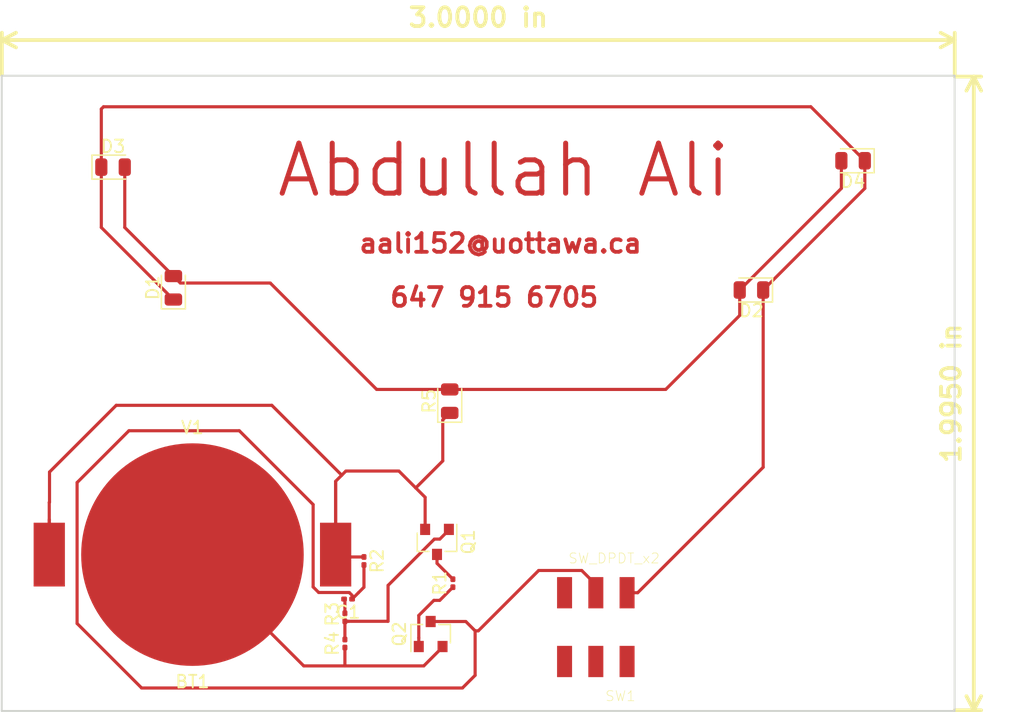
<source format=kicad_pcb>
(kicad_pcb (version 20171130) (host pcbnew 5.0.1-33cea8e~68~ubuntu16.04.1)

  (general
    (thickness 1.6)
    (drawings 9)
    (tracks 89)
    (zones 0)
    (modules 14)
    (nets 11)
  )

  (page A4)
  (layers
    (0 F.Cu signal)
    (31 B.Cu signal hide)
    (32 B.Adhes user hide)
    (33 F.Adhes user hide)
    (34 B.Paste user hide)
    (35 F.Paste user hide)
    (36 B.SilkS user hide)
    (37 F.SilkS user)
    (38 B.Mask user hide)
    (39 F.Mask user hide)
    (40 Dwgs.User user hide)
    (41 Cmts.User user hide)
    (42 Eco1.User user hide)
    (43 Eco2.User user hide)
    (44 Edge.Cuts user)
    (45 Margin user hide)
    (46 B.CrtYd user hide)
    (47 F.CrtYd user)
    (48 B.Fab user hide)
    (49 F.Fab user hide)
  )

  (setup
    (last_trace_width 0.25)
    (trace_clearance 0.2)
    (zone_clearance 0.508)
    (zone_45_only no)
    (trace_min 0.2)
    (segment_width 0.2)
    (edge_width 0.15)
    (via_size 0.8)
    (via_drill 0.4)
    (via_min_size 0.4)
    (via_min_drill 0.3)
    (uvia_size 0.3)
    (uvia_drill 0.1)
    (uvias_allowed no)
    (uvia_min_size 0.2)
    (uvia_min_drill 0.1)
    (pcb_text_width 0.3)
    (pcb_text_size 1.5 1.5)
    (mod_edge_width 0.15)
    (mod_text_size 1 1)
    (mod_text_width 0.15)
    (pad_size 0.46 0.4)
    (pad_drill 0)
    (pad_to_mask_clearance 0.051)
    (solder_mask_min_width 0.25)
    (aux_axis_origin 0 0)
    (visible_elements 7FFFFFFF)
    (pcbplotparams
      (layerselection 0x010fc_ffffffff)
      (usegerberextensions false)
      (usegerberattributes false)
      (usegerberadvancedattributes false)
      (creategerberjobfile false)
      (excludeedgelayer true)
      (linewidth 0.100000)
      (plotframeref false)
      (viasonmask false)
      (mode 1)
      (useauxorigin false)
      (hpglpennumber 1)
      (hpglpenspeed 20)
      (hpglpendiameter 15.000000)
      (psnegative false)
      (psa4output false)
      (plotreference true)
      (plotvalue true)
      (plotinvisibletext false)
      (padsonsilk false)
      (subtractmaskfromsilk false)
      (outputformat 1)
      (mirror false)
      (drillshape 1)
      (scaleselection 1)
      (outputdirectory ""))
  )

  (net 0 "")
  (net 1 VDD)
  (net 2 GND)
  (net 3 "Net-(C1-Pad2)")
  (net 4 "Net-(D1-Pad2)")
  (net 5 "Net-(Q1-Pad1)")
  (net 6 "Net-(Q1-Pad3)")
  (net 7 "Net-(Q2-Pad1)")
  (net 8 "Net-(C1-Pad1)")
  (net 9 "Net-(D1-Pad1)")
  (net 10 "Net-(SW1-Pad3)")

  (net_class Default "This is the default net class."
    (clearance 0.2)
    (trace_width 0.25)
    (via_dia 0.8)
    (via_drill 0.4)
    (uvia_dia 0.3)
    (uvia_drill 0.1)
    (add_net GND)
    (add_net "Net-(C1-Pad1)")
    (add_net "Net-(C1-Pad2)")
    (add_net "Net-(D1-Pad1)")
    (add_net "Net-(D1-Pad2)")
    (add_net "Net-(Q1-Pad1)")
    (add_net "Net-(Q1-Pad3)")
    (add_net "Net-(Q2-Pad1)")
    (add_net "Net-(SW1-Pad3)")
    (add_net VDD)
  )

  (module LED_SMD:LED_0805_2012Metric (layer F.Cu) (tedit 5B36C52C) (tstamp 5C4B418B)
    (at 139.954 77.1375 180)
    (descr "LED SMD 0805 (2012 Metric), square (rectangular) end terminal, IPC_7351 nominal, (Body size source: https://docs.google.com/spreadsheets/d/1BsfQQcO9C6DZCsRaXUlFlo91Tg2WpOkGARC1WS5S8t0/edit?usp=sharing), generated with kicad-footprint-generator")
    (tags diode)
    (path /5C45EDB9)
    (attr smd)
    (fp_text reference D2 (at 0 -1.65 180) (layer F.SilkS)
      (effects (font (size 1 1) (thickness 0.15)))
    )
    (fp_text value LED (at 0 1.65 180) (layer F.Fab)
      (effects (font (size 1 1) (thickness 0.15)))
    )
    (fp_text user %R (at 0 0 180) (layer F.Fab)
      (effects (font (size 0.5 0.5) (thickness 0.08)))
    )
    (fp_line (start 1.68 0.95) (end -1.68 0.95) (layer F.CrtYd) (width 0.05))
    (fp_line (start 1.68 -0.95) (end 1.68 0.95) (layer F.CrtYd) (width 0.05))
    (fp_line (start -1.68 -0.95) (end 1.68 -0.95) (layer F.CrtYd) (width 0.05))
    (fp_line (start -1.68 0.95) (end -1.68 -0.95) (layer F.CrtYd) (width 0.05))
    (fp_line (start -1.685 0.96) (end 1 0.96) (layer F.SilkS) (width 0.12))
    (fp_line (start -1.685 -0.96) (end -1.685 0.96) (layer F.SilkS) (width 0.12))
    (fp_line (start 1 -0.96) (end -1.685 -0.96) (layer F.SilkS) (width 0.12))
    (fp_line (start 1 0.6) (end 1 -0.6) (layer F.Fab) (width 0.1))
    (fp_line (start -1 0.6) (end 1 0.6) (layer F.Fab) (width 0.1))
    (fp_line (start -1 -0.3) (end -1 0.6) (layer F.Fab) (width 0.1))
    (fp_line (start -0.7 -0.6) (end -1 -0.3) (layer F.Fab) (width 0.1))
    (fp_line (start 1 -0.6) (end -0.7 -0.6) (layer F.Fab) (width 0.1))
    (pad 2 smd roundrect (at 0.9375 0 180) (size 0.975 1.4) (layers F.Cu F.Paste F.Mask) (roundrect_rratio 0.25)
      (net 4 "Net-(D1-Pad2)"))
    (pad 1 smd roundrect (at -0.9375 0 180) (size 0.975 1.4) (layers F.Cu F.Paste F.Mask) (roundrect_rratio 0.25)
      (net 9 "Net-(D1-Pad1)"))
    (model ${KISYS3DMOD}/LED_SMD.3dshapes/LED_0805_2012Metric.wrl
      (at (xyz 0 0 0))
      (scale (xyz 1 1 1))
      (rotate (xyz 0 0 0))
    )
  )

  (module CardElements:CR2032_HOLDER (layer F.Cu) (tedit 54CCE85E) (tstamp 5C606F4A)
    (at 95.25 98.298)
    (descr http://www.mouser.com/ds/2/238/bat-hld-001-220194.pdf)
    (tags "Linx Battery Holder 2032 bat-hld-001")
    (path /5C45F109)
    (fp_text reference BT1 (at 0 10.16) (layer F.SilkS)
      (effects (font (size 1 1) (thickness 0.15)))
    )
    (fp_text value V1 (at 0 -10.16) (layer F.SilkS)
      (effects (font (size 1 1) (thickness 0.15)))
    )
    (pad 1 smd rect (at -11.45 0) (size 2.5 5.1) (layers F.Cu F.Paste F.Mask)
      (net 1 VDD))
    (pad 1 smd rect (at 11.45 0) (size 2.5 5.1) (layers F.Cu F.Paste F.Mask)
      (net 1 VDD))
    (pad 2 smd circle (at 0 0) (size 17.8 17.8) (layers F.Cu F.Paste F.Mask)
      (net 2 GND))
  )

  (module Package_TO_SOT_SMD:SOT-23 (layer F.Cu) (tedit 5A02FF57) (tstamp 5C607892)
    (at 114.808 97.282 270)
    (descr "SOT-23, Standard")
    (tags SOT-23)
    (path /5C45EF17)
    (attr smd)
    (fp_text reference Q1 (at 0 -2.5 270) (layer F.SilkS)
      (effects (font (size 1 1) (thickness 0.15)))
    )
    (fp_text value BC807 (at 0 2.5 270) (layer F.Fab)
      (effects (font (size 1 1) (thickness 0.15)))
    )
    (fp_text user %R (at 0 0) (layer F.Fab)
      (effects (font (size 0.5 0.5) (thickness 0.075)))
    )
    (fp_line (start -0.7 -0.95) (end -0.7 1.5) (layer F.Fab) (width 0.1))
    (fp_line (start -0.15 -1.52) (end 0.7 -1.52) (layer F.Fab) (width 0.1))
    (fp_line (start -0.7 -0.95) (end -0.15 -1.52) (layer F.Fab) (width 0.1))
    (fp_line (start 0.7 -1.52) (end 0.7 1.52) (layer F.Fab) (width 0.1))
    (fp_line (start -0.7 1.52) (end 0.7 1.52) (layer F.Fab) (width 0.1))
    (fp_line (start 0.76 1.58) (end 0.76 0.65) (layer F.SilkS) (width 0.12))
    (fp_line (start 0.76 -1.58) (end 0.76 -0.65) (layer F.SilkS) (width 0.12))
    (fp_line (start -1.7 -1.75) (end 1.7 -1.75) (layer F.CrtYd) (width 0.05))
    (fp_line (start 1.7 -1.75) (end 1.7 1.75) (layer F.CrtYd) (width 0.05))
    (fp_line (start 1.7 1.75) (end -1.7 1.75) (layer F.CrtYd) (width 0.05))
    (fp_line (start -1.7 1.75) (end -1.7 -1.75) (layer F.CrtYd) (width 0.05))
    (fp_line (start 0.76 -1.58) (end -1.4 -1.58) (layer F.SilkS) (width 0.12))
    (fp_line (start 0.76 1.58) (end -0.7 1.58) (layer F.SilkS) (width 0.12))
    (pad 1 smd rect (at -1 -0.95 270) (size 0.9 0.8) (layers F.Cu F.Paste F.Mask)
      (net 5 "Net-(Q1-Pad1)"))
    (pad 2 smd rect (at -1 0.95 270) (size 0.9 0.8) (layers F.Cu F.Paste F.Mask)
      (net 1 VDD))
    (pad 3 smd rect (at 1 0 270) (size 0.9 0.8) (layers F.Cu F.Paste F.Mask)
      (net 6 "Net-(Q1-Pad3)"))
    (model ${KISYS3DMOD}/Package_TO_SOT_SMD.3dshapes/SOT-23.wrl
      (at (xyz 0 0 0))
      (scale (xyz 1 1 1))
      (rotate (xyz 0 0 0))
    )
  )

  (module Package_TO_SOT_SMD:SOT-23 (layer F.Cu) (tedit 5A02FF57) (tstamp 5C606FE8)
    (at 114.3 104.648 90)
    (descr "SOT-23, Standard")
    (tags SOT-23)
    (path /5C45EFC7)
    (attr smd)
    (fp_text reference Q2 (at 0 -2.5 90) (layer F.SilkS)
      (effects (font (size 1 1) (thickness 0.15)))
    )
    (fp_text value BC817 (at 0 2.5 90) (layer F.Fab)
      (effects (font (size 1 1) (thickness 0.15)))
    )
    (fp_line (start 0.76 1.58) (end -0.7 1.58) (layer F.SilkS) (width 0.12))
    (fp_line (start 0.76 -1.58) (end -1.4 -1.58) (layer F.SilkS) (width 0.12))
    (fp_line (start -1.7 1.75) (end -1.7 -1.75) (layer F.CrtYd) (width 0.05))
    (fp_line (start 1.7 1.75) (end -1.7 1.75) (layer F.CrtYd) (width 0.05))
    (fp_line (start 1.7 -1.75) (end 1.7 1.75) (layer F.CrtYd) (width 0.05))
    (fp_line (start -1.7 -1.75) (end 1.7 -1.75) (layer F.CrtYd) (width 0.05))
    (fp_line (start 0.76 -1.58) (end 0.76 -0.65) (layer F.SilkS) (width 0.12))
    (fp_line (start 0.76 1.58) (end 0.76 0.65) (layer F.SilkS) (width 0.12))
    (fp_line (start -0.7 1.52) (end 0.7 1.52) (layer F.Fab) (width 0.1))
    (fp_line (start 0.7 -1.52) (end 0.7 1.52) (layer F.Fab) (width 0.1))
    (fp_line (start -0.7 -0.95) (end -0.15 -1.52) (layer F.Fab) (width 0.1))
    (fp_line (start -0.15 -1.52) (end 0.7 -1.52) (layer F.Fab) (width 0.1))
    (fp_line (start -0.7 -0.95) (end -0.7 1.5) (layer F.Fab) (width 0.1))
    (fp_text user %R (at 0 0.254 -90) (layer F.Fab)
      (effects (font (size 0.5 0.5) (thickness 0.075)))
    )
    (pad 3 smd rect (at 1 0 90) (size 0.9 0.8) (layers F.Cu F.Paste F.Mask)
      (net 8 "Net-(C1-Pad1)"))
    (pad 2 smd rect (at -1 0.95 90) (size 0.9 0.8) (layers F.Cu F.Paste F.Mask)
      (net 2 GND))
    (pad 1 smd rect (at -1 -0.95 90) (size 0.9 0.8) (layers F.Cu F.Paste F.Mask)
      (net 7 "Net-(Q2-Pad1)"))
    (model ${KISYS3DMOD}/Package_TO_SOT_SMD.3dshapes/SOT-23.wrl
      (at (xyz 0 0 0))
      (scale (xyz 1 1 1))
      (rotate (xyz 0 0 0))
    )
  )

  (module Resistor_SMD:R_0201_0603Metric (layer F.Cu) (tedit 5B301BBD) (tstamp 5C606FF9)
    (at 116.078 100.584 90)
    (descr "Resistor SMD 0201 (0603 Metric), square (rectangular) end terminal, IPC_7351 nominal, (Body size source: https://www.vishay.com/docs/20052/crcw0201e3.pdf), generated with kicad-footprint-generator")
    (tags resistor)
    (path /5C45EA3F)
    (attr smd)
    (fp_text reference R1 (at 0 -1.05 90) (layer F.SilkS)
      (effects (font (size 1 1) (thickness 0.15)))
    )
    (fp_text value "220 Ohm" (at 0 1.05 90) (layer F.Fab)
      (effects (font (size 1 1) (thickness 0.15)))
    )
    (fp_line (start -0.3 0.15) (end -0.3 -0.15) (layer F.Fab) (width 0.1))
    (fp_line (start -0.3 -0.15) (end 0.3 -0.15) (layer F.Fab) (width 0.1))
    (fp_line (start 0.3 -0.15) (end 0.3 0.15) (layer F.Fab) (width 0.1))
    (fp_line (start 0.3 0.15) (end -0.3 0.15) (layer F.Fab) (width 0.1))
    (fp_line (start -0.7 0.35) (end -0.7 -0.35) (layer F.CrtYd) (width 0.05))
    (fp_line (start -0.7 -0.35) (end 0.7 -0.35) (layer F.CrtYd) (width 0.05))
    (fp_line (start 0.7 -0.35) (end 0.7 0.35) (layer F.CrtYd) (width 0.05))
    (fp_line (start 0.7 0.35) (end -0.7 0.35) (layer F.CrtYd) (width 0.05))
    (fp_text user %R (at 0 -0.68 90) (layer F.Fab)
      (effects (font (size 0.25 0.25) (thickness 0.04)))
    )
    (pad "" smd roundrect (at -0.345 0 90) (size 0.318 0.36) (layers F.Paste) (roundrect_rratio 0.25))
    (pad "" smd roundrect (at 0.345 0 90) (size 0.318 0.36) (layers F.Paste) (roundrect_rratio 0.25))
    (pad 1 smd roundrect (at -0.32 0 90) (size 0.46 0.4) (layers F.Cu F.Mask) (roundrect_rratio 0.25)
      (net 7 "Net-(Q2-Pad1)"))
    (pad 2 smd roundrect (at 0.32 0 90) (size 0.46 0.4) (layers F.Cu F.Mask) (roundrect_rratio 0.25)
      (net 6 "Net-(Q1-Pad3)"))
    (model ${KISYS3DMOD}/Resistor_SMD.3dshapes/R_0201_0603Metric.wrl
      (at (xyz 0 0 0))
      (scale (xyz 1 1 1))
      (rotate (xyz 0 0 0))
    )
  )

  (module Resistor_SMD:R_0201_0603Metric (layer F.Cu) (tedit 5B301BBD) (tstamp 5C4B4FA8)
    (at 108.966 98.806 270)
    (descr "Resistor SMD 0201 (0603 Metric), square (rectangular) end terminal, IPC_7351 nominal, (Body size source: https://www.vishay.com/docs/20052/crcw0201e3.pdf), generated with kicad-footprint-generator")
    (tags resistor)
    (path /5C45EB11)
    (attr smd)
    (fp_text reference R2 (at 0 -1.05 270) (layer F.SilkS)
      (effects (font (size 1 1) (thickness 0.15)))
    )
    (fp_text value "220 Ohm" (at 0 1.05 270) (layer F.Fab)
      (effects (font (size 1 1) (thickness 0.15)))
    )
    (fp_line (start -0.3 0.15) (end -0.3 -0.15) (layer F.Fab) (width 0.1))
    (fp_line (start -0.3 -0.15) (end 0.3 -0.15) (layer F.Fab) (width 0.1))
    (fp_line (start 0.3 -0.15) (end 0.3 0.15) (layer F.Fab) (width 0.1))
    (fp_line (start 0.3 0.15) (end -0.3 0.15) (layer F.Fab) (width 0.1))
    (fp_line (start -0.7 0.35) (end -0.7 -0.35) (layer F.CrtYd) (width 0.05))
    (fp_line (start -0.7 -0.35) (end 0.7 -0.35) (layer F.CrtYd) (width 0.05))
    (fp_line (start 0.7 -0.35) (end 0.7 0.35) (layer F.CrtYd) (width 0.05))
    (fp_line (start 0.7 0.35) (end -0.7 0.35) (layer F.CrtYd) (width 0.05))
    (fp_text user %R (at 0 -0.68 270) (layer F.Fab)
      (effects (font (size 0.25 0.25) (thickness 0.04)))
    )
    (pad "" smd roundrect (at -0.345 0 270) (size 0.318 0.36) (layers F.Paste) (roundrect_rratio 0.25))
    (pad "" smd roundrect (at 0.345 0 270) (size 0.318 0.36) (layers F.Paste) (roundrect_rratio 0.25))
    (pad 1 smd roundrect (at -0.32 0 270) (size 0.46 0.4) (layers F.Cu F.Mask) (roundrect_rratio 0.25)
      (net 1 VDD))
    (pad 2 smd roundrect (at 0.32 0 270) (size 0.46 0.4) (layers F.Cu F.Mask) (roundrect_rratio 0.25)
      (net 8 "Net-(C1-Pad1)"))
    (model ${KISYS3DMOD}/Resistor_SMD.3dshapes/R_0201_0603Metric.wrl
      (at (xyz 0 0 0))
      (scale (xyz 1 1 1))
      (rotate (xyz 0 0 0))
    )
  )

  (module Resistor_SMD:R_0201_0603Metric (layer F.Cu) (tedit 5B301BBD) (tstamp 5C60701B)
    (at 107.442 103.312 270)
    (descr "Resistor SMD 0201 (0603 Metric), square (rectangular) end terminal, IPC_7351 nominal, (Body size source: https://www.vishay.com/docs/20052/crcw0201e3.pdf), generated with kicad-footprint-generator")
    (tags resistor)
    (path /5C45E917)
    (attr smd)
    (fp_text reference R3 (at -0.254 1.016 270) (layer F.SilkS)
      (effects (font (size 1 1) (thickness 0.15)))
    )
    (fp_text value "2.2k Ohm" (at 0 1.05 270) (layer F.Fab)
      (effects (font (size 1 1) (thickness 0.15)))
    )
    (fp_text user %R (at 0 -0.68 270) (layer F.Fab)
      (effects (font (size 0.25 0.25) (thickness 0.04)))
    )
    (fp_line (start 0.7 0.35) (end -0.7 0.35) (layer F.CrtYd) (width 0.05))
    (fp_line (start 0.7 -0.35) (end 0.7 0.35) (layer F.CrtYd) (width 0.05))
    (fp_line (start -0.7 -0.35) (end 0.7 -0.35) (layer F.CrtYd) (width 0.05))
    (fp_line (start -0.7 0.35) (end -0.7 -0.35) (layer F.CrtYd) (width 0.05))
    (fp_line (start 0.3 0.15) (end -0.3 0.15) (layer F.Fab) (width 0.1))
    (fp_line (start 0.3 -0.15) (end 0.3 0.15) (layer F.Fab) (width 0.1))
    (fp_line (start -0.3 -0.15) (end 0.3 -0.15) (layer F.Fab) (width 0.1))
    (fp_line (start -0.3 0.15) (end -0.3 -0.15) (layer F.Fab) (width 0.1))
    (pad 2 smd roundrect (at 0.32 0 270) (size 0.46 0.4) (layers F.Cu F.Mask) (roundrect_rratio 0.25)
      (net 5 "Net-(Q1-Pad1)"))
    (pad 1 smd roundrect (at -0.32 0 270) (size 0.46 0.4) (layers F.Cu F.Mask) (roundrect_rratio 0.25)
      (net 3 "Net-(C1-Pad2)"))
    (pad "" smd roundrect (at 0.345 0 270) (size 0.318 0.36) (layers F.Paste) (roundrect_rratio 0.25))
    (pad "" smd roundrect (at -0.345 0 270) (size 0.318 0.36) (layers F.Paste) (roundrect_rratio 0.25))
    (model ${KISYS3DMOD}/Resistor_SMD.3dshapes/R_0201_0603Metric.wrl
      (at (xyz 0 0 0))
      (scale (xyz 1 1 1))
      (rotate (xyz 0 0 0))
    )
  )

  (module Resistor_SMD:R_0201_0603Metric (layer F.Cu) (tedit 5B301BBD) (tstamp 5C607960)
    (at 107.442 105.41 270)
    (descr "Resistor SMD 0201 (0603 Metric), square (rectangular) end terminal, IPC_7351 nominal, (Body size source: https://www.vishay.com/docs/20052/crcw0201e3.pdf), generated with kicad-footprint-generator")
    (tags resistor)
    (path /5C45E9B7)
    (attr smd)
    (fp_text reference R4 (at 0 1.016 270) (layer F.SilkS)
      (effects (font (size 1 1) (thickness 0.15)))
    )
    (fp_text value "4M Ohm" (at 0 1.05 270) (layer F.Fab)
      (effects (font (size 1 1) (thickness 0.15)))
    )
    (fp_text user %R (at 0 -0.68 270) (layer F.Fab)
      (effects (font (size 0.25 0.25) (thickness 0.04)))
    )
    (fp_line (start 0.7 0.35) (end -0.7 0.35) (layer F.CrtYd) (width 0.05))
    (fp_line (start 0.7 -0.35) (end 0.7 0.35) (layer F.CrtYd) (width 0.05))
    (fp_line (start -0.7 -0.35) (end 0.7 -0.35) (layer F.CrtYd) (width 0.05))
    (fp_line (start -0.7 0.35) (end -0.7 -0.35) (layer F.CrtYd) (width 0.05))
    (fp_line (start 0.3 0.15) (end -0.3 0.15) (layer F.Fab) (width 0.1))
    (fp_line (start 0.3 -0.15) (end 0.3 0.15) (layer F.Fab) (width 0.1))
    (fp_line (start -0.3 -0.15) (end 0.3 -0.15) (layer F.Fab) (width 0.1))
    (fp_line (start -0.3 0.15) (end -0.3 -0.15) (layer F.Fab) (width 0.1))
    (pad 2 smd roundrect (at 0.32 0 270) (size 0.46 0.4) (layers F.Cu F.Mask) (roundrect_rratio 0.25)
      (net 2 GND))
    (pad 1 smd roundrect (at -0.32 0 270) (size 0.46 0.4) (layers F.Cu F.Mask) (roundrect_rratio 0.25)
      (net 5 "Net-(Q1-Pad1)"))
    (pad "" smd roundrect (at 0.345 0 270) (size 0.318 0.36) (layers F.Paste) (roundrect_rratio 0.25))
    (pad "" smd roundrect (at -0.345 0 270) (size 0.318 0.36) (layers F.Paste) (roundrect_rratio 0.25))
    (model ${KISYS3DMOD}/Resistor_SMD.3dshapes/R_0201_0603Metric.wrl
      (at (xyz 0 0 0))
      (scale (xyz 1 1 1))
      (rotate (xyz 0 0 0))
    )
  )

  (module JS202011SCQN:SW_JS202011SCQN (layer F.Cu) (tedit 0) (tstamp 5C572F68)
    (at 127.508 104.096 180)
    (path /5C4A0416)
    (attr smd)
    (fp_text reference SW1 (at -1.97145 -5.51762 180) (layer F.SilkS)
      (effects (font (size 0.801394 0.801394) (thickness 0.05)))
    )
    (fp_text value SW_DPDT_x2 (at -1.46182 5.49885 180) (layer F.SilkS)
      (effects (font (size 0.801 0.801) (thickness 0.05)))
    )
    (fp_line (start -4.5 -1.5) (end -4.5 1.5) (layer Dwgs.User) (width 0.127))
    (fp_line (start 4.5 -1.5) (end -4.5 -1.5) (layer Dwgs.User) (width 0.127))
    (fp_line (start 4.5 1.5) (end 4.5 -1.5) (layer Dwgs.User) (width 0.127))
    (fp_line (start -4.5 1.5) (end 4.5 1.5) (layer Dwgs.User) (width 0.127))
    (pad 6 smd rect (at 2.5 -2.75 180) (size 1.2 2.5) (layers F.Cu F.Paste F.Mask))
    (pad 5 smd rect (at 0 -2.75 180) (size 1.2 2.5) (layers F.Cu F.Paste F.Mask))
    (pad 4 smd rect (at -2.5 -2.75 180) (size 1.2 2.5) (layers F.Cu F.Paste F.Mask))
    (pad 3 smd rect (at 2.5 2.75 180) (size 1.2 2.5) (layers F.Cu F.Paste F.Mask)
      (net 10 "Net-(SW1-Pad3)"))
    (pad 2 smd rect (at 0 2.75 180) (size 1.2 2.5) (layers F.Cu F.Paste F.Mask)
      (net 8 "Net-(C1-Pad1)"))
    (pad 1 smd rect (at -2.5 2.75 180) (size 1.2 2.5) (layers F.Cu F.Paste F.Mask)
      (net 9 "Net-(D1-Pad1)"))
  )

  (module Capacitor_SMD:C_0201_0603Metric (layer F.Cu) (tedit 5B301BBE) (tstamp 5C4B4169)
    (at 107.696 101.854 180)
    (descr "Capacitor SMD 0201 (0603 Metric), square (rectangular) end terminal, IPC_7351 nominal, (Body size source: https://www.vishay.com/docs/20052/crcw0201e3.pdf), generated with kicad-footprint-generator")
    (tags capacitor)
    (path /5C45EB8F)
    (attr smd)
    (fp_text reference C1 (at 0 -1.05 180) (layer F.SilkS)
      (effects (font (size 1 1) (thickness 0.15)))
    )
    (fp_text value 47nF (at 0 1.05 180) (layer F.Fab)
      (effects (font (size 1 1) (thickness 0.15)))
    )
    (fp_line (start -0.3 0.15) (end -0.3 -0.15) (layer F.Fab) (width 0.1))
    (fp_line (start -0.3 -0.15) (end 0.3 -0.15) (layer F.Fab) (width 0.1))
    (fp_line (start 0.3 -0.15) (end 0.3 0.15) (layer F.Fab) (width 0.1))
    (fp_line (start 0.3 0.15) (end -0.3 0.15) (layer F.Fab) (width 0.1))
    (fp_line (start -0.7 0.35) (end -0.7 -0.35) (layer F.CrtYd) (width 0.05))
    (fp_line (start -0.7 -0.35) (end 0.7 -0.35) (layer F.CrtYd) (width 0.05))
    (fp_line (start 0.7 -0.35) (end 0.7 0.35) (layer F.CrtYd) (width 0.05))
    (fp_line (start 0.7 0.35) (end -0.7 0.35) (layer F.CrtYd) (width 0.05))
    (fp_text user %R (at 0 -0.68 180) (layer F.Fab)
      (effects (font (size 0.25 0.25) (thickness 0.04)))
    )
    (pad "" smd roundrect (at -0.345 0 180) (size 0.318 0.36) (layers F.Paste) (roundrect_rratio 0.25))
    (pad "" smd roundrect (at 0.345 0 180) (size 0.318 0.36) (layers F.Paste) (roundrect_rratio 0.25))
    (pad 1 smd roundrect (at -0.32 0 180) (size 0.46 0.4) (layers F.Cu F.Mask) (roundrect_rratio 0.25)
      (net 8 "Net-(C1-Pad1)"))
    (pad 2 smd roundrect (at 0.32 0 180) (size 0.46 0.4) (layers F.Cu F.Mask) (roundrect_rratio 0.25)
      (net 3 "Net-(C1-Pad2)"))
    (model ${KISYS3DMOD}/Capacitor_SMD.3dshapes/C_0201_0603Metric.wrl
      (at (xyz 0 0 0))
      (scale (xyz 1 1 1))
      (rotate (xyz 0 0 0))
    )
  )

  (module LED_SMD:LED_0805_2012Metric (layer F.Cu) (tedit 5B36C52C) (tstamp 5C4B4179)
    (at 93.726 76.962 90)
    (descr "LED SMD 0805 (2012 Metric), square (rectangular) end terminal, IPC_7351 nominal, (Body size source: https://docs.google.com/spreadsheets/d/1BsfQQcO9C6DZCsRaXUlFlo91Tg2WpOkGARC1WS5S8t0/edit?usp=sharing), generated with kicad-footprint-generator")
    (tags diode)
    (path /5C45EC37)
    (attr smd)
    (fp_text reference D1 (at 0 -1.65 90) (layer F.SilkS)
      (effects (font (size 1 1) (thickness 0.15)))
    )
    (fp_text value LED (at 0 1.65 90) (layer F.Fab)
      (effects (font (size 1 1) (thickness 0.15)))
    )
    (fp_text user %R (at 0 0 90) (layer F.Fab)
      (effects (font (size 0.5 0.5) (thickness 0.08)))
    )
    (fp_line (start 1.68 0.95) (end -1.68 0.95) (layer F.CrtYd) (width 0.05))
    (fp_line (start 1.68 -0.95) (end 1.68 0.95) (layer F.CrtYd) (width 0.05))
    (fp_line (start -1.68 -0.95) (end 1.68 -0.95) (layer F.CrtYd) (width 0.05))
    (fp_line (start -1.68 0.95) (end -1.68 -0.95) (layer F.CrtYd) (width 0.05))
    (fp_line (start -1.685 0.96) (end 1 0.96) (layer F.SilkS) (width 0.12))
    (fp_line (start -1.685 -0.96) (end -1.685 0.96) (layer F.SilkS) (width 0.12))
    (fp_line (start 1 -0.96) (end -1.685 -0.96) (layer F.SilkS) (width 0.12))
    (fp_line (start 1 0.6) (end 1 -0.6) (layer F.Fab) (width 0.1))
    (fp_line (start -1 0.6) (end 1 0.6) (layer F.Fab) (width 0.1))
    (fp_line (start -1 -0.3) (end -1 0.6) (layer F.Fab) (width 0.1))
    (fp_line (start -0.7 -0.6) (end -1 -0.3) (layer F.Fab) (width 0.1))
    (fp_line (start 1 -0.6) (end -0.7 -0.6) (layer F.Fab) (width 0.1))
    (pad 2 smd roundrect (at 0.9375 0 90) (size 0.975 1.4) (layers F.Cu F.Paste F.Mask) (roundrect_rratio 0.25)
      (net 4 "Net-(D1-Pad2)"))
    (pad 1 smd roundrect (at -0.9375 0 90) (size 0.975 1.4) (layers F.Cu F.Paste F.Mask) (roundrect_rratio 0.25)
      (net 9 "Net-(D1-Pad1)"))
    (model ${KISYS3DMOD}/LED_SMD.3dshapes/LED_0805_2012Metric.wrl
      (at (xyz 0 0 0))
      (scale (xyz 1 1 1))
      (rotate (xyz 0 0 0))
    )
  )

  (module LED_SMD:LED_0805_2012Metric (layer F.Cu) (tedit 5B36C52C) (tstamp 5C4B419D)
    (at 88.9 67.31)
    (descr "LED SMD 0805 (2012 Metric), square (rectangular) end terminal, IPC_7351 nominal, (Body size source: https://docs.google.com/spreadsheets/d/1BsfQQcO9C6DZCsRaXUlFlo91Tg2WpOkGARC1WS5S8t0/edit?usp=sharing), generated with kicad-footprint-generator")
    (tags diode)
    (path /5C45ED1C)
    (attr smd)
    (fp_text reference D3 (at 0 -1.65) (layer F.SilkS)
      (effects (font (size 1 1) (thickness 0.15)))
    )
    (fp_text value LED (at 0 1.65) (layer F.Fab)
      (effects (font (size 1 1) (thickness 0.15)))
    )
    (fp_line (start 1 -0.6) (end -0.7 -0.6) (layer F.Fab) (width 0.1))
    (fp_line (start -0.7 -0.6) (end -1 -0.3) (layer F.Fab) (width 0.1))
    (fp_line (start -1 -0.3) (end -1 0.6) (layer F.Fab) (width 0.1))
    (fp_line (start -1 0.6) (end 1 0.6) (layer F.Fab) (width 0.1))
    (fp_line (start 1 0.6) (end 1 -0.6) (layer F.Fab) (width 0.1))
    (fp_line (start 1 -0.96) (end -1.685 -0.96) (layer F.SilkS) (width 0.12))
    (fp_line (start -1.685 -0.96) (end -1.685 0.96) (layer F.SilkS) (width 0.12))
    (fp_line (start -1.685 0.96) (end 1 0.96) (layer F.SilkS) (width 0.12))
    (fp_line (start -1.68 0.95) (end -1.68 -0.95) (layer F.CrtYd) (width 0.05))
    (fp_line (start -1.68 -0.95) (end 1.68 -0.95) (layer F.CrtYd) (width 0.05))
    (fp_line (start 1.68 -0.95) (end 1.68 0.95) (layer F.CrtYd) (width 0.05))
    (fp_line (start 1.68 0.95) (end -1.68 0.95) (layer F.CrtYd) (width 0.05))
    (fp_text user %R (at 0 0) (layer F.Fab)
      (effects (font (size 0.5 0.5) (thickness 0.08)))
    )
    (pad 1 smd roundrect (at -0.9375 0) (size 0.975 1.4) (layers F.Cu F.Paste F.Mask) (roundrect_rratio 0.25)
      (net 9 "Net-(D1-Pad1)"))
    (pad 2 smd roundrect (at 0.9375 0) (size 0.975 1.4) (layers F.Cu F.Paste F.Mask) (roundrect_rratio 0.25)
      (net 4 "Net-(D1-Pad2)"))
    (model ${KISYS3DMOD}/LED_SMD.3dshapes/LED_0805_2012Metric.wrl
      (at (xyz 0 0 0))
      (scale (xyz 1 1 1))
      (rotate (xyz 0 0 0))
    )
  )

  (module LED_SMD:LED_0805_2012Metric (layer F.Cu) (tedit 5B36C52C) (tstamp 5C4B41AF)
    (at 148.082 66.802 180)
    (descr "LED SMD 0805 (2012 Metric), square (rectangular) end terminal, IPC_7351 nominal, (Body size source: https://docs.google.com/spreadsheets/d/1BsfQQcO9C6DZCsRaXUlFlo91Tg2WpOkGARC1WS5S8t0/edit?usp=sharing), generated with kicad-footprint-generator")
    (tags diode)
    (path /5C45EE19)
    (attr smd)
    (fp_text reference D4 (at 0 -1.65 180) (layer F.SilkS)
      (effects (font (size 1 1) (thickness 0.15)))
    )
    (fp_text value LED (at 0 1.65 180) (layer F.Fab)
      (effects (font (size 1 1) (thickness 0.15)))
    )
    (fp_line (start 1 -0.6) (end -0.7 -0.6) (layer F.Fab) (width 0.1))
    (fp_line (start -0.7 -0.6) (end -1 -0.3) (layer F.Fab) (width 0.1))
    (fp_line (start -1 -0.3) (end -1 0.6) (layer F.Fab) (width 0.1))
    (fp_line (start -1 0.6) (end 1 0.6) (layer F.Fab) (width 0.1))
    (fp_line (start 1 0.6) (end 1 -0.6) (layer F.Fab) (width 0.1))
    (fp_line (start 1 -0.96) (end -1.685 -0.96) (layer F.SilkS) (width 0.12))
    (fp_line (start -1.685 -0.96) (end -1.685 0.96) (layer F.SilkS) (width 0.12))
    (fp_line (start -1.685 0.96) (end 1 0.96) (layer F.SilkS) (width 0.12))
    (fp_line (start -1.68 0.95) (end -1.68 -0.95) (layer F.CrtYd) (width 0.05))
    (fp_line (start -1.68 -0.95) (end 1.68 -0.95) (layer F.CrtYd) (width 0.05))
    (fp_line (start 1.68 -0.95) (end 1.68 0.95) (layer F.CrtYd) (width 0.05))
    (fp_line (start 1.68 0.95) (end -1.68 0.95) (layer F.CrtYd) (width 0.05))
    (fp_text user %R (at 0 0 180) (layer F.Fab)
      (effects (font (size 0.5 0.5) (thickness 0.08)))
    )
    (pad 1 smd roundrect (at -0.9375 0 180) (size 0.975 1.4) (layers F.Cu F.Paste F.Mask) (roundrect_rratio 0.25)
      (net 9 "Net-(D1-Pad1)"))
    (pad 2 smd roundrect (at 0.9375 0 180) (size 0.975 1.4) (layers F.Cu F.Paste F.Mask) (roundrect_rratio 0.25)
      (net 4 "Net-(D1-Pad2)"))
    (model ${KISYS3DMOD}/LED_SMD.3dshapes/LED_0805_2012Metric.wrl
      (at (xyz 0 0 0))
      (scale (xyz 1 1 1))
      (rotate (xyz 0 0 0))
    )
  )

  (module LED_SMD:LED_0805_2012Metric (layer F.Cu) (tedit 5B36C52C) (tstamp 5C4B41C1)
    (at 115.824 86.0275 90)
    (descr "LED SMD 0805 (2012 Metric), square (rectangular) end terminal, IPC_7351 nominal, (Body size source: https://docs.google.com/spreadsheets/d/1BsfQQcO9C6DZCsRaXUlFlo91Tg2WpOkGARC1WS5S8t0/edit?usp=sharing), generated with kicad-footprint-generator")
    (tags diode)
    (path /5C45EAC4)
    (attr smd)
    (fp_text reference R5 (at 0 -1.65 90) (layer F.SilkS)
      (effects (font (size 1 1) (thickness 0.15)))
    )
    (fp_text value "1 Ohm" (at 0 1.65 90) (layer F.Fab)
      (effects (font (size 1 1) (thickness 0.15)))
    )
    (fp_line (start 1 -0.6) (end -0.7 -0.6) (layer F.Fab) (width 0.1))
    (fp_line (start -0.7 -0.6) (end -1 -0.3) (layer F.Fab) (width 0.1))
    (fp_line (start -1 -0.3) (end -1 0.6) (layer F.Fab) (width 0.1))
    (fp_line (start -1 0.6) (end 1 0.6) (layer F.Fab) (width 0.1))
    (fp_line (start 1 0.6) (end 1 -0.6) (layer F.Fab) (width 0.1))
    (fp_line (start 1 -0.96) (end -1.685 -0.96) (layer F.SilkS) (width 0.12))
    (fp_line (start -1.685 -0.96) (end -1.685 0.96) (layer F.SilkS) (width 0.12))
    (fp_line (start -1.685 0.96) (end 1 0.96) (layer F.SilkS) (width 0.12))
    (fp_line (start -1.68 0.95) (end -1.68 -0.95) (layer F.CrtYd) (width 0.05))
    (fp_line (start -1.68 -0.95) (end 1.68 -0.95) (layer F.CrtYd) (width 0.05))
    (fp_line (start 1.68 -0.95) (end 1.68 0.95) (layer F.CrtYd) (width 0.05))
    (fp_line (start 1.68 0.95) (end -1.68 0.95) (layer F.CrtYd) (width 0.05))
    (fp_text user %R (at 0 0 90) (layer F.Fab)
      (effects (font (size 0.5 0.5) (thickness 0.08)))
    )
    (pad 1 smd roundrect (at -0.9375 0 90) (size 0.975 1.4) (layers F.Cu F.Paste F.Mask) (roundrect_rratio 0.25)
      (net 1 VDD))
    (pad 2 smd roundrect (at 0.9375 0 90) (size 0.975 1.4) (layers F.Cu F.Paste F.Mask) (roundrect_rratio 0.25)
      (net 4 "Net-(D1-Pad2)"))
    (model ${KISYS3DMOD}/LED_SMD.3dshapes/LED_0805_2012Metric.wrl
      (at (xyz 0 0 0))
      (scale (xyz 1 1 1))
      (rotate (xyz 0 0 0))
    )
  )

  (gr_text "aali152@uottawa.ca\n" (at 119.888 73.406) (layer F.Cu)
    (effects (font (size 1.5 1.5) (thickness 0.3)))
  )
  (gr_text "647 915 6705" (at 119.38 77.724) (layer F.Cu) (tstamp 5C4B4F65)
    (effects (font (size 1.5 1.5) (thickness 0.3)))
  )
  (gr_text "Abdullah Ali" (at 120.142 67.564) (layer F.Cu)
    (effects (font (size 4 4) (thickness 0.4)))
  )
  (dimension 50.673 (width 0.3) (layer F.SilkS)
    (gr_text "50.673 mm" (at 159.834 85.4075 90) (layer F.SilkS)
      (effects (font (size 1.5 1.5) (thickness 0.3)))
    )
    (feature1 (pts (xy 156.21 60.071) (xy 158.320421 60.071)))
    (feature2 (pts (xy 156.21 110.744) (xy 158.320421 110.744)))
    (crossbar (pts (xy 157.734 110.744) (xy 157.734 60.071)))
    (arrow1a (pts (xy 157.734 60.071) (xy 158.320421 61.197504)))
    (arrow1b (pts (xy 157.734 60.071) (xy 157.147579 61.197504)))
    (arrow2a (pts (xy 157.734 110.744) (xy 158.320421 109.617496)))
    (arrow2b (pts (xy 157.734 110.744) (xy 157.147579 109.617496)))
  )
  (dimension 76.2 (width 0.3) (layer F.SilkS)
    (gr_text "76.200 mm" (at 118.11 55.05) (layer F.SilkS)
      (effects (font (size 1.5 1.5) (thickness 0.3)))
    )
    (feature1 (pts (xy 80.01 59.944) (xy 80.01 56.563579)))
    (feature2 (pts (xy 156.21 59.944) (xy 156.21 56.563579)))
    (crossbar (pts (xy 156.21 57.15) (xy 80.01 57.15)))
    (arrow1a (pts (xy 80.01 57.15) (xy 81.136504 56.563579)))
    (arrow1b (pts (xy 80.01 57.15) (xy 81.136504 57.736421)))
    (arrow2a (pts (xy 156.21 57.15) (xy 155.083496 56.563579)))
    (arrow2b (pts (xy 156.21 57.15) (xy 155.083496 57.736421)))
  )
  (gr_line (start 80 110.8) (end 80 60) (layer Edge.Cuts) (width 0.15))
  (gr_line (start 80 110.8) (end 156.2 110.8) (layer Edge.Cuts) (width 0.15))
  (gr_line (start 156.2 60) (end 156.2 110.8) (layer Edge.Cuts) (width 0.15))
  (gr_line (start 80 60) (end 156.2 60) (layer Edge.Cuts) (width 0.15))

  (segment (start 107.5205 91.6155) (end 111.76 91.6155) (width 0.25) (layer F.Cu) (net 1))
  (segment (start 106.7 98.298) (end 106.7 92.436) (width 0.25) (layer F.Cu) (net 1))
  (segment (start 113.858 96.282) (end 113.858 93.7135) (width 0.25) (layer F.Cu) (net 1))
  (segment (start 106.888 98.486) (end 106.7 98.298) (width 0.25) (layer F.Cu) (net 1))
  (segment (start 108.966 98.486) (end 106.888 98.486) (width 0.25) (layer F.Cu) (net 1))
  (segment (start 83.8 98.298) (end 83.8 95.498) (width 0.25) (layer F.Cu) (net 1))
  (segment (start 106.7 92.476) (end 106.7 98.298) (width 0.25) (layer F.Cu) (net 1))
  (segment (start 83.8 94.12559) (end 83.82 94.10559) (width 0.25) (layer F.Cu) (net 1))
  (segment (start 83.8 98.298) (end 83.8 94.12559) (width 0.25) (layer F.Cu) (net 1))
  (segment (start 83.82 94.10559) (end 83.82 91.694) (width 0.25) (layer F.Cu) (net 1))
  (segment (start 83.82 91.694) (end 89.154 86.36) (width 0.25) (layer F.Cu) (net 1))
  (segment (start 101.6 86.36) (end 107.188 91.948) (width 0.25) (layer F.Cu) (net 1))
  (segment (start 89.154 86.36) (end 101.6 86.36) (width 0.25) (layer F.Cu) (net 1))
  (segment (start 106.7 92.436) (end 107.188 91.948) (width 0.25) (layer F.Cu) (net 1))
  (segment (start 107.188 91.948) (end 107.5205 91.6155) (width 0.25) (layer F.Cu) (net 1))
  (segment (start 115.267763 87.521237) (end 115.267763 90.804737) (width 0.25) (layer F.Cu) (net 1))
  (segment (start 115.824 86.965) (end 115.267763 87.521237) (width 0.25) (layer F.Cu) (net 1))
  (segment (start 113.858 93.7135) (end 113.1085 92.964) (width 0.25) (layer F.Cu) (net 1))
  (segment (start 115.267763 90.804737) (end 113.1085 92.964) (width 0.25) (layer F.Cu) (net 1))
  (segment (start 113.1085 92.964) (end 111.76 91.6155) (width 0.25) (layer F.Cu) (net 1))
  (segment (start 104.149999 107.197999) (end 107.442 107.197999) (width 0.25) (layer F.Cu) (net 2))
  (segment (start 107.442 105.73) (end 107.442 107.197999) (width 0.25) (layer F.Cu) (net 2))
  (segment (start 115.25 105.698) (end 115.25 105.648) (width 0.25) (layer F.Cu) (net 2))
  (segment (start 113.750001 107.197999) (end 115.25 105.698) (width 0.25) (layer F.Cu) (net 2))
  (segment (start 107.442 107.197999) (end 113.750001 107.197999) (width 0.25) (layer F.Cu) (net 2))
  (segment (start 104.149999 107.197999) (end 95.25 98.298) (width 0.25) (layer F.Cu) (net 2))
  (segment (start 107.442 101.92) (end 107.376 101.854) (width 0.25) (layer F.Cu) (net 3))
  (segment (start 107.442 102.992) (end 107.442 101.92) (width 0.25) (layer F.Cu) (net 3))
  (segment (start 89.8375 72.136) (end 93.726 76.0245) (width 0.25) (layer F.Cu) (net 4))
  (segment (start 89.8375 67.31) (end 89.8375 72.136) (width 0.25) (layer F.Cu) (net 4))
  (segment (start 147.1445 69.0095) (end 139.0165 77.1375) (width 0.25) (layer F.Cu) (net 4))
  (segment (start 147.1445 66.802) (end 147.1445 69.0095) (width 0.25) (layer F.Cu) (net 4))
  (segment (start 101.472737 76.580737) (end 109.982 85.09) (width 0.25) (layer F.Cu) (net 4))
  (segment (start 109.982 85.09) (end 115.824 85.09) (width 0.25) (layer F.Cu) (net 4))
  (segment (start 93.726 76.0245) (end 94.282237 76.580737) (width 0.25) (layer F.Cu) (net 4))
  (segment (start 94.282237 76.580737) (end 101.472737 76.580737) (width 0.25) (layer F.Cu) (net 4))
  (segment (start 115.824 85.09) (end 133.096 85.09) (width 0.25) (layer F.Cu) (net 4))
  (segment (start 139.0165 79.1695) (end 139.0165 77.1375) (width 0.25) (layer F.Cu) (net 4))
  (segment (start 133.096 85.09) (end 139.0165 79.1695) (width 0.25) (layer F.Cu) (net 4))
  (segment (start 107.442 105.09) (end 107.442 103.632) (width 0.25) (layer F.Cu) (net 5))
  (segment (start 107.742 103.632) (end 107.442 103.632) (width 0.25) (layer F.Cu) (net 5))
  (segment (start 110.893002 103.632) (end 107.742 103.632) (width 0.25) (layer F.Cu) (net 5))
  (segment (start 110.893002 100.761996) (end 110.893002 103.632) (width 0.25) (layer F.Cu) (net 5))
  (segment (start 114.597997 97.057001) (end 110.893002 100.761996) (width 0.25) (layer F.Cu) (net 5))
  (segment (start 115.032999 97.057001) (end 114.597997 97.057001) (width 0.25) (layer F.Cu) (net 5))
  (segment (start 115.758 96.332) (end 115.032999 97.057001) (width 0.25) (layer F.Cu) (net 5))
  (segment (start 115.758 96.282) (end 115.758 96.332) (width 0.25) (layer F.Cu) (net 5))
  (segment (start 114.808 98.994) (end 116.078 100.264) (width 0.25) (layer F.Cu) (net 6))
  (segment (start 114.808 98.282) (end 114.808 98.994) (width 0.25) (layer F.Cu) (net 6))
  (segment (start 113.35 105.598) (end 113.35 105.648) (width 0.25) (layer F.Cu) (net 7))
  (segment (start 114.555999 101.956999) (end 113.35 103.162998) (width 0.25) (layer F.Cu) (net 7))
  (segment (start 113.35 104.948) (end 113.35 105.648) (width 0.25) (layer F.Cu) (net 7))
  (segment (start 115.025001 101.956999) (end 114.555999 101.956999) (width 0.25) (layer F.Cu) (net 7))
  (segment (start 113.35 103.162998) (end 113.35 104.948) (width 0.25) (layer F.Cu) (net 7))
  (segment (start 116.078 100.904) (end 115.025001 101.956999) (width 0.25) (layer F.Cu) (net 7))
  (segment (start 108.966 99.126) (end 108.966 100.904) (width 0.25) (layer F.Cu) (net 8))
  (segment (start 104.902 94.296998) (end 104.902 100.885002) (width 0.25) (layer F.Cu) (net 8))
  (segment (start 98.997002 88.392) (end 104.902 94.296998) (width 0.25) (layer F.Cu) (net 8))
  (segment (start 90.17 88.392) (end 98.997002 88.392) (width 0.25) (layer F.Cu) (net 8))
  (segment (start 86.024999 92.537001) (end 90.17 88.392) (width 0.25) (layer F.Cu) (net 8))
  (segment (start 86.024999 103.804999) (end 86.024999 92.537001) (width 0.25) (layer F.Cu) (net 8))
  (segment (start 91.186 108.966) (end 86.024999 103.804999) (width 0.25) (layer F.Cu) (net 8))
  (segment (start 116.84 108.966) (end 91.186 108.966) (width 0.25) (layer F.Cu) (net 8))
  (segment (start 104.902 100.885002) (end 105.345988 101.32899) (width 0.25) (layer F.Cu) (net 8))
  (segment (start 108.524 101.346) (end 108.016 101.854) (width 0.25) (layer F.Cu) (net 8))
  (segment (start 117.856 107.95) (end 116.84 108.966) (width 0.25) (layer F.Cu) (net 8))
  (segment (start 108.966 100.904) (end 108.524 101.346) (width 0.25) (layer F.Cu) (net 8))
  (segment (start 108.016 101.554) (end 108.016 101.854) (width 0.25) (layer F.Cu) (net 8))
  (segment (start 107.79099 101.32899) (end 108.016 101.554) (width 0.25) (layer F.Cu) (net 8))
  (segment (start 105.345988 101.32899) (end 107.79099 101.32899) (width 0.25) (layer F.Cu) (net 8))
  (segment (start 117.856 107.95) (end 117.856 104.394) (width 0.25) (layer F.Cu) (net 8))
  (segment (start 117.11 103.648) (end 114.3 103.648) (width 0.25) (layer F.Cu) (net 8))
  (segment (start 117.856 104.394) (end 117.11 103.648) (width 0.25) (layer F.Cu) (net 8))
  (segment (start 127.508 100.696) (end 127.508 101.346) (width 0.25) (layer F.Cu) (net 8))
  (segment (start 126.38 99.568) (end 127.508 100.696) (width 0.25) (layer F.Cu) (net 8))
  (segment (start 122.936 99.568) (end 126.38 99.568) (width 0.25) (layer F.Cu) (net 8))
  (segment (start 118.11 104.394) (end 122.936 99.568) (width 0.25) (layer F.Cu) (net 8))
  (segment (start 117.856 104.394) (end 118.11 104.394) (width 0.25) (layer F.Cu) (net 8))
  (segment (start 149.0195 69.0095) (end 140.8915 77.1375) (width 0.25) (layer F.Cu) (net 9))
  (segment (start 149.0195 66.802) (end 149.0195 69.0095) (width 0.25) (layer F.Cu) (net 9))
  (segment (start 130.858 101.346) (end 130.008 101.346) (width 0.25) (layer F.Cu) (net 9))
  (segment (start 140.8915 91.3125) (end 130.858 101.346) (width 0.25) (layer F.Cu) (net 9))
  (segment (start 140.8915 77.1375) (end 140.8915 91.3125) (width 0.25) (layer F.Cu) (net 9))
  (segment (start 87.9625 72.136) (end 93.726 77.8995) (width 0.25) (layer F.Cu) (net 9))
  (segment (start 87.9625 67.31) (end 87.9625 72.136) (width 0.25) (layer F.Cu) (net 9))
  (segment (start 87.9625 67.31) (end 87.9625 62.6595) (width 0.25) (layer F.Cu) (net 9))
  (segment (start 87.9625 62.6595) (end 88.138 62.484) (width 0.25) (layer F.Cu) (net 9))
  (segment (start 144.7015 62.484) (end 149.0195 66.802) (width 0.25) (layer F.Cu) (net 9))
  (segment (start 88.138 62.484) (end 144.7015 62.484) (width 0.25) (layer F.Cu) (net 9))

)

</source>
